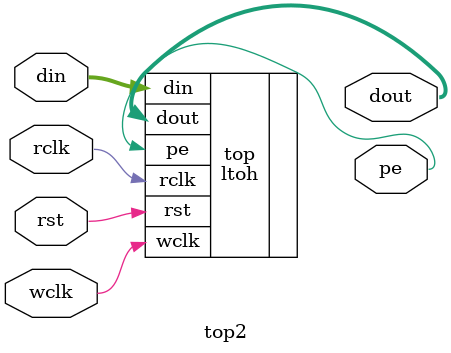
<source format=v>
module top2#(parameter DATA_WIDTH = 32, LOC = 64, ADD_WIDTH = 4)(
input wclk,
input rclk,
input rst,
input  [DATA_WIDTH-1 :0]din,
output  [DATA_WIDTH-1 :0]dout,
output pe
);

reg [DATA_WIDTH-1 :0]mem1[0:LOC-1];
reg [DATA_WIDTH-1 :0]mem2[0:LOC-1];
reg [ADD_WIDTH :0] wctr,rctr;


ltoh top(
.rst(rst),
.din(din),
.dout(dout),
.wclk(wclk),
.rclk(rclk),
.pe(pe)
);


endmodule

</source>
